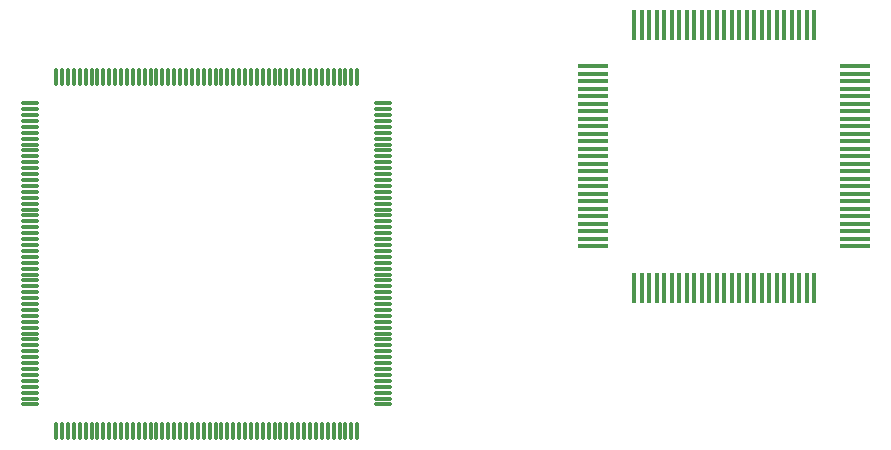
<source format=gbr>
%TF.GenerationSoftware,KiCad,Pcbnew,(6.0.2)*%
%TF.CreationDate,2026-02-18T07:48:15-08:00*%
%TF.ProjectId,AT386SX,41543338-3653-4582-9e6b-696361645f70,2.2*%
%TF.SameCoordinates,Original*%
%TF.FileFunction,Paste,Top*%
%TF.FilePolarity,Positive*%
%FSLAX46Y46*%
G04 Gerber Fmt 4.6, Leading zero omitted, Abs format (unit mm)*
G04 Created by KiCad (PCBNEW (6.0.2)) date 2026-02-18 07:48:15*
%MOMM*%
%LPD*%
G01*
G04 APERTURE LIST*
G04 Aperture macros list*
%AMRoundRect*
0 Rectangle with rounded corners*
0 $1 Rounding radius*
0 $2 $3 $4 $5 $6 $7 $8 $9 X,Y pos of 4 corners*
0 Add a 4 corners polygon primitive as box body*
4,1,4,$2,$3,$4,$5,$6,$7,$8,$9,$2,$3,0*
0 Add four circle primitives for the rounded corners*
1,1,$1+$1,$2,$3*
1,1,$1+$1,$4,$5*
1,1,$1+$1,$6,$7*
1,1,$1+$1,$8,$9*
0 Add four rect primitives between the rounded corners*
20,1,$1+$1,$2,$3,$4,$5,0*
20,1,$1+$1,$4,$5,$6,$7,0*
20,1,$1+$1,$6,$7,$8,$9,0*
20,1,$1+$1,$8,$9,$2,$3,0*%
G04 Aperture macros list end*
%ADD10R,2.500000X0.380000*%
%ADD11R,0.380000X2.500000*%
%ADD12RoundRect,0.075000X0.662500X0.075000X-0.662500X0.075000X-0.662500X-0.075000X0.662500X-0.075000X0*%
%ADD13RoundRect,0.075000X0.075000X0.662500X-0.075000X0.662500X-0.075000X-0.662500X0.075000X-0.662500X0*%
G04 APERTURE END LIST*
D10*
%TO.C,U1*%
X169862500Y-93980000D03*
X169862500Y-93345000D03*
X169862500Y-92710000D03*
X169862500Y-92075000D03*
X169862500Y-91440000D03*
X169862500Y-90805000D03*
X169862500Y-90170000D03*
X169862500Y-89535000D03*
X169862500Y-88900000D03*
X169862500Y-88265000D03*
X169862500Y-87630000D03*
X169862500Y-86995000D03*
X169862500Y-86360000D03*
X169862500Y-85725000D03*
X169862500Y-85090000D03*
X169862500Y-84455000D03*
X169862500Y-83820000D03*
X169862500Y-83185000D03*
X169862500Y-82550000D03*
X169862500Y-81915000D03*
X169862500Y-81280000D03*
X169862500Y-80645000D03*
X169862500Y-80010000D03*
X169862500Y-79375000D03*
X169862500Y-78740000D03*
D11*
X166370000Y-75247500D03*
X165735000Y-75247500D03*
X165100000Y-75247500D03*
X164465000Y-75247500D03*
X163830000Y-75247500D03*
X163195000Y-75247500D03*
X162560000Y-75247500D03*
X161925000Y-75247500D03*
X161290000Y-75247500D03*
X160655000Y-75247500D03*
X160020000Y-75247500D03*
X159385000Y-75247500D03*
X158750000Y-75247500D03*
X158115000Y-75247500D03*
X157480000Y-75247500D03*
X156845000Y-75247500D03*
X156210000Y-75247500D03*
X155575000Y-75247500D03*
X154940000Y-75247500D03*
X154305000Y-75247500D03*
X153670000Y-75247500D03*
X153035000Y-75247500D03*
X152400000Y-75247500D03*
X151765000Y-75247500D03*
X151130000Y-75247500D03*
D10*
X147637500Y-78740000D03*
X147637500Y-79375000D03*
X147637500Y-80010000D03*
X147637500Y-80645000D03*
X147637500Y-81280000D03*
X147637500Y-81915000D03*
X147637500Y-82550000D03*
X147637500Y-83185000D03*
X147637500Y-83820000D03*
X147637500Y-84455000D03*
X147637500Y-85090000D03*
X147637500Y-85725000D03*
X147637500Y-86360000D03*
X147637500Y-86995000D03*
X147637500Y-87630000D03*
X147637500Y-88265000D03*
X147637500Y-88900000D03*
X147637500Y-89535000D03*
X147637500Y-90170000D03*
X147637500Y-90805000D03*
X147637500Y-91440000D03*
X147637500Y-92075000D03*
X147637500Y-92710000D03*
X147637500Y-93345000D03*
X147637500Y-93980000D03*
D11*
X151130000Y-97472500D03*
X151765000Y-97472500D03*
X152400000Y-97472500D03*
X153035000Y-97472500D03*
X153670000Y-97472500D03*
X154305000Y-97472500D03*
X154940000Y-97472500D03*
X155575000Y-97472500D03*
X156210000Y-97472500D03*
X156845000Y-97472500D03*
X157480000Y-97472500D03*
X158115000Y-97472500D03*
X158750000Y-97472500D03*
X159385000Y-97472500D03*
X160020000Y-97472500D03*
X160655000Y-97472500D03*
X161290000Y-97472500D03*
X161925000Y-97472500D03*
X162560000Y-97472500D03*
X163195000Y-97472500D03*
X163830000Y-97472500D03*
X164465000Y-97472500D03*
X165100000Y-97472500D03*
X165735000Y-97472500D03*
X166370000Y-97472500D03*
%TD*%
D12*
%TO.C,U3*%
X129897500Y-107365000D03*
X129897500Y-106865000D03*
X129897500Y-106365000D03*
X129897500Y-105865000D03*
X129897500Y-105365000D03*
X129897500Y-104865000D03*
X129897500Y-104365000D03*
X129897500Y-103865000D03*
X129897500Y-103365000D03*
X129897500Y-102865000D03*
X129897500Y-102365000D03*
X129897500Y-101865000D03*
X129897500Y-101365000D03*
X129897500Y-100865000D03*
X129897500Y-100365000D03*
X129897500Y-99865000D03*
X129897500Y-99365000D03*
X129897500Y-98865000D03*
X129897500Y-98365000D03*
X129897500Y-97865000D03*
X129897500Y-97365000D03*
X129897500Y-96865000D03*
X129897500Y-96365000D03*
X129897500Y-95865000D03*
X129897500Y-95365000D03*
X129897500Y-94865000D03*
X129897500Y-94365000D03*
X129897500Y-93865000D03*
X129897500Y-93365000D03*
X129897500Y-92865000D03*
X129897500Y-92365000D03*
X129897500Y-91865000D03*
X129897500Y-91365000D03*
X129897500Y-90865000D03*
X129897500Y-90365000D03*
X129897500Y-89865000D03*
X129897500Y-89365000D03*
X129897500Y-88865000D03*
X129897500Y-88365000D03*
X129897500Y-87865000D03*
X129897500Y-87365000D03*
X129897500Y-86865000D03*
X129897500Y-86365000D03*
X129897500Y-85865000D03*
X129897500Y-85365000D03*
X129897500Y-84865000D03*
X129897500Y-84365000D03*
X129897500Y-83865000D03*
X129897500Y-83365000D03*
X129897500Y-82865000D03*
X129897500Y-82365000D03*
X129897500Y-81865000D03*
D13*
X127685000Y-79652500D03*
X127185000Y-79652500D03*
X126685000Y-79652500D03*
X126185000Y-79652500D03*
X125685000Y-79652500D03*
X125185000Y-79652500D03*
X124685000Y-79652500D03*
X124185000Y-79652500D03*
X123685000Y-79652500D03*
X123185000Y-79652500D03*
X122685000Y-79652500D03*
X122185000Y-79652500D03*
X121685000Y-79652500D03*
X121185000Y-79652500D03*
X120685000Y-79652500D03*
X120185000Y-79652500D03*
X119685000Y-79652500D03*
X119185000Y-79652500D03*
X118685000Y-79652500D03*
X118185000Y-79652500D03*
X117685000Y-79652500D03*
X117185000Y-79652500D03*
X116685000Y-79652500D03*
X116185000Y-79652500D03*
X115685000Y-79652500D03*
X115185000Y-79652500D03*
X114685000Y-79652500D03*
X114185000Y-79652500D03*
X113685000Y-79652500D03*
X113185000Y-79652500D03*
X112685000Y-79652500D03*
X112185000Y-79652500D03*
X111685000Y-79652500D03*
X111185000Y-79652500D03*
X110685000Y-79652500D03*
X110185000Y-79652500D03*
X109685000Y-79652500D03*
X109185000Y-79652500D03*
X108685000Y-79652500D03*
X108185000Y-79652500D03*
X107685000Y-79652500D03*
X107185000Y-79652500D03*
X106685000Y-79652500D03*
X106185000Y-79652500D03*
X105685000Y-79652500D03*
X105185000Y-79652500D03*
X104685000Y-79652500D03*
X104185000Y-79652500D03*
X103685000Y-79652500D03*
X103185000Y-79652500D03*
X102685000Y-79652500D03*
X102185000Y-79652500D03*
D12*
X99972500Y-81865000D03*
X99972500Y-82365000D03*
X99972500Y-82865000D03*
X99972500Y-83365000D03*
X99972500Y-83865000D03*
X99972500Y-84365000D03*
X99972500Y-84865000D03*
X99972500Y-85365000D03*
X99972500Y-85865000D03*
X99972500Y-86365000D03*
X99972500Y-86865000D03*
X99972500Y-87365000D03*
X99972500Y-87865000D03*
X99972500Y-88365000D03*
X99972500Y-88865000D03*
X99972500Y-89365000D03*
X99972500Y-89865000D03*
X99972500Y-90365000D03*
X99972500Y-90865000D03*
X99972500Y-91365000D03*
X99972500Y-91865000D03*
X99972500Y-92365000D03*
X99972500Y-92865000D03*
X99972500Y-93365000D03*
X99972500Y-93865000D03*
X99972500Y-94365000D03*
X99972500Y-94865000D03*
X99972500Y-95365000D03*
X99972500Y-95865000D03*
X99972500Y-96365000D03*
X99972500Y-96865000D03*
X99972500Y-97365000D03*
X99972500Y-97865000D03*
X99972500Y-98365000D03*
X99972500Y-98865000D03*
X99972500Y-99365000D03*
X99972500Y-99865000D03*
X99972500Y-100365000D03*
X99972500Y-100865000D03*
X99972500Y-101365000D03*
X99972500Y-101865000D03*
X99972500Y-102365000D03*
X99972500Y-102865000D03*
X99972500Y-103365000D03*
X99972500Y-103865000D03*
X99972500Y-104365000D03*
X99972500Y-104865000D03*
X99972500Y-105365000D03*
X99972500Y-105865000D03*
X99972500Y-106365000D03*
X99972500Y-106865000D03*
X99972500Y-107365000D03*
D13*
X102185000Y-109577500D03*
X102685000Y-109577500D03*
X103185000Y-109577500D03*
X103685000Y-109577500D03*
X104185000Y-109577500D03*
X104685000Y-109577500D03*
X105185000Y-109577500D03*
X105685000Y-109577500D03*
X106185000Y-109577500D03*
X106685000Y-109577500D03*
X107185000Y-109577500D03*
X107685000Y-109577500D03*
X108185000Y-109577500D03*
X108685000Y-109577500D03*
X109185000Y-109577500D03*
X109685000Y-109577500D03*
X110185000Y-109577500D03*
X110685000Y-109577500D03*
X111185000Y-109577500D03*
X111685000Y-109577500D03*
X112185000Y-109577500D03*
X112685000Y-109577500D03*
X113185000Y-109577500D03*
X113685000Y-109577500D03*
X114185000Y-109577500D03*
X114685000Y-109577500D03*
X115185000Y-109577500D03*
X115685000Y-109577500D03*
X116185000Y-109577500D03*
X116685000Y-109577500D03*
X117185000Y-109577500D03*
X117685000Y-109577500D03*
X118185000Y-109577500D03*
X118685000Y-109577500D03*
X119185000Y-109577500D03*
X119685000Y-109577500D03*
X120185000Y-109577500D03*
X120685000Y-109577500D03*
X121185000Y-109577500D03*
X121685000Y-109577500D03*
X122185000Y-109577500D03*
X122685000Y-109577500D03*
X123185000Y-109577500D03*
X123685000Y-109577500D03*
X124185000Y-109577500D03*
X124685000Y-109577500D03*
X125185000Y-109577500D03*
X125685000Y-109577500D03*
X126185000Y-109577500D03*
X126685000Y-109577500D03*
X127185000Y-109577500D03*
X127685000Y-109577500D03*
%TD*%
M02*

</source>
